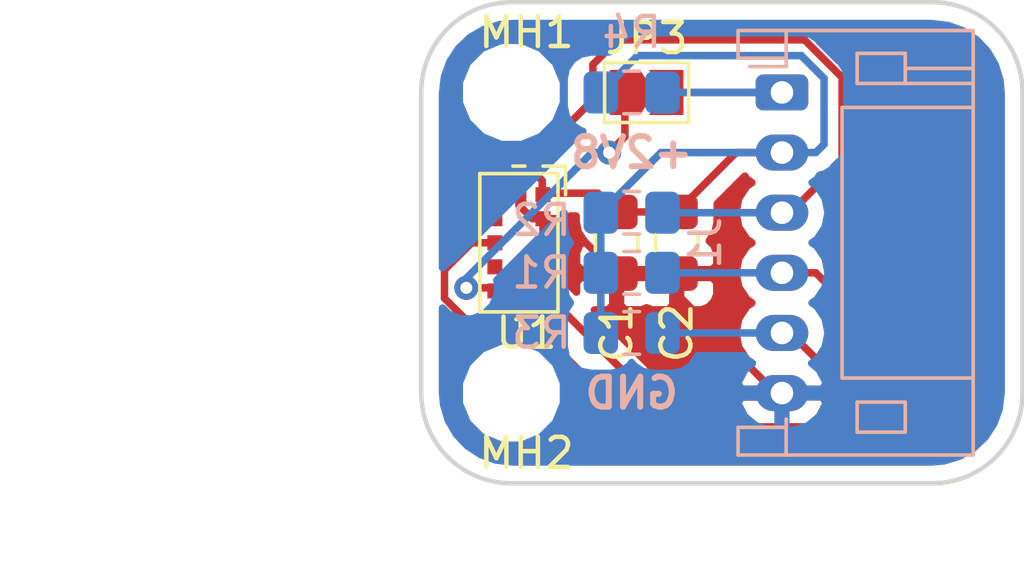
<source format=kicad_pcb>
(kicad_pcb (version 20171130) (host pcbnew 5.0.1)

  (general
    (thickness 1.6)
    (drawings 13)
    (tracks 86)
    (zones 0)
    (modules 11)
    (nets 8)
  )

  (page A4)
  (layers
    (0 F.Cu signal)
    (31 B.Cu signal)
    (32 B.Adhes user)
    (33 F.Adhes user)
    (34 B.Paste user)
    (35 F.Paste user)
    (36 B.SilkS user hide)
    (37 F.SilkS user)
    (38 B.Mask user)
    (39 F.Mask user)
    (40 Dwgs.User user)
    (41 Cmts.User user)
    (42 Eco1.User user)
    (43 Eco2.User user)
    (44 Edge.Cuts user)
    (45 Margin user)
    (46 B.CrtYd user)
    (47 F.CrtYd user)
    (48 B.Fab user hide)
    (49 F.Fab user hide)
  )

  (setup
    (last_trace_width 0.25)
    (trace_clearance 0.2)
    (zone_clearance 0.508)
    (zone_45_only no)
    (trace_min 0.2)
    (segment_width 0.2)
    (edge_width 0.15)
    (via_size 0.8)
    (via_drill 0.4)
    (via_min_size 0.4)
    (via_min_drill 0.3)
    (uvia_size 0.3)
    (uvia_drill 0.1)
    (uvias_allowed no)
    (uvia_min_size 0.2)
    (uvia_min_drill 0.1)
    (pcb_text_width 0.3)
    (pcb_text_size 1.5 1.5)
    (mod_edge_width 0.15)
    (mod_text_size 1 1)
    (mod_text_width 0.15)
    (pad_size 1.524 1.524)
    (pad_drill 0.762)
    (pad_to_mask_clearance 0.051)
    (solder_mask_min_width 0.25)
    (aux_axis_origin 0 0)
    (visible_elements FFFFFF7F)
    (pcbplotparams
      (layerselection 0x010fc_ffffffff)
      (usegerberextensions false)
      (usegerberattributes false)
      (usegerberadvancedattributes false)
      (creategerberjobfile false)
      (excludeedgelayer true)
      (linewidth 1.000000)
      (plotframeref false)
      (viasonmask false)
      (mode 1)
      (useauxorigin false)
      (hpglpennumber 1)
      (hpglpenspeed 20)
      (hpglpendiameter 15.000000)
      (psnegative false)
      (psa4output false)
      (plotreference true)
      (plotvalue true)
      (plotinvisibletext false)
      (padsonsilk false)
      (subtractmaskfromsilk false)
      (outputformat 1)
      (mirror false)
      (drillshape 1)
      (scaleselection 1)
      (outputdirectory ""))
  )

  (net 0 "")
  (net 1 +2V8)
  (net 2 GND)
  (net 3 /~XSHUT)
  (net 4 /I2C_SDA)
  (net 5 /I2C_SCL)
  (net 6 /GPIO)
  (net 7 "Net-(JP3-Pad1)")

  (net_class Default "This is the default net class."
    (clearance 0.2)
    (trace_width 0.25)
    (via_dia 0.8)
    (via_drill 0.4)
    (uvia_dia 0.3)
    (uvia_drill 0.1)
    (add_net +2V8)
    (add_net /GPIO)
    (add_net /I2C_SCL)
    (add_net /I2C_SDA)
    (add_net /~XSHUT)
    (add_net GND)
    (add_net "Net-(JP3-Pad1)")
  )

  (module PhoenixRobotik:TOF-12_4.4x2.4x1.0mm_P0.8mm (layer F.Cu) (tedit 5BD5E437) (tstamp 5BCFE19F)
    (at 103.25 88 90)
    (descr "STMicroelectronics VL53L0X package, https://www.st.com/resource/en/datasheet/vl53l0x.pdf")
    (tags "TOF 4.4mm 2.4mm 1.0mm VL53L0X")
    (path /5BC3718A)
    (attr smd)
    (fp_text reference U1 (at -3 0.25) (layer F.SilkS)
      (effects (font (size 1 1) (thickness 0.15)))
    )
    (fp_text value VL53L0X (at 0 -2.35 90) (layer F.Fab)
      (effects (font (size 1 1) (thickness 0.15)))
    )
    (fp_line (start -2.35 1.35) (end -2.35 -1.35) (layer F.CrtYd) (width 0.05))
    (fp_line (start 2.35 1.35) (end -2.35 1.35) (layer F.CrtYd) (width 0.05))
    (fp_line (start 2.35 -1.35) (end 2.35 1.35) (layer F.CrtYd) (width 0.05))
    (fp_line (start -2.35 -1.35) (end 2.35 -1.35) (layer F.CrtYd) (width 0.05))
    (fp_text user %R (at 0 0 90) (layer F.Fab)
      (effects (font (size 0.5 0.5) (thickness 0.075)))
    )
    (fp_circle (center 2 1) (end 2.05 1) (layer F.Fab) (width 0.1))
    (fp_line (start -2.55 -0.1) (end -2.55 0.1) (layer F.SilkS) (width 0.12))
    (fp_line (start 2.55 -0.2) (end 2.55 0.2) (layer F.SilkS) (width 0.12))
    (fp_line (start 0 -1.2) (end 2.2 -1.2) (layer F.Fab) (width 0.1))
    (fp_line (start 2.2 -1.2) (end 2.2 1.2) (layer F.Fab) (width 0.1))
    (fp_line (start 2.2 1.2) (end -2.2 1.2) (layer F.Fab) (width 0.1))
    (fp_line (start -2.2 1.2) (end -2.2 -1.2) (layer F.Fab) (width 0.1))
    (fp_line (start -2.2 -1.2) (end 0 -1.2) (layer F.Fab) (width 0.1))
    (fp_text user 1 (at 1.6 1.45 90) (layer F.SilkS) hide
      (effects (font (size 0.2 0.2) (thickness 0.05)))
    )
    (fp_text user 2 (at 0.8 1.45 90) (layer F.SilkS) hide
      (effects (font (size 0.2 0.2) (thickness 0.05)))
    )
    (fp_text user 3 (at 0 1.45 90) (layer F.SilkS) hide
      (effects (font (size 0.2 0.2) (thickness 0.05)))
    )
    (fp_text user 4 (at -0.8 1.45 90) (layer F.SilkS) hide
      (effects (font (size 0.2 0.2) (thickness 0.05)))
    )
    (fp_text user 5 (at -1.6 1.45 90) (layer F.SilkS) hide
      (effects (font (size 0.2 0.2) (thickness 0.05)))
    )
    (fp_text user 6 (at -2.5 0 90) (layer F.SilkS) hide
      (effects (font (size 0.2 0.2) (thickness 0.05)))
    )
    (fp_text user 7 (at -1.6 -1.4 90) (layer F.SilkS) hide
      (effects (font (size 0.2 0.2) (thickness 0.05)))
    )
    (fp_text user 8 (at -0.8 -1.4 90) (layer F.SilkS) hide
      (effects (font (size 0.2 0.2) (thickness 0.05)))
    )
    (fp_text user 9 (at 0 -1.4 90) (layer F.SilkS) hide
      (effects (font (size 0.2 0.2) (thickness 0.05)))
    )
    (fp_text user 10 (at 0.8 -1.4 90) (layer F.SilkS) hide
      (effects (font (size 0.2 0.2) (thickness 0.05)))
    )
    (fp_text user 11 (at 1.6 -1.4 90) (layer F.SilkS) hide
      (effects (font (size 0.2 0.2) (thickness 0.05)))
    )
    (fp_text user 12 (at 2.45 0 90) (layer F.SilkS) hide
      (effects (font (size 0.2 0.2) (thickness 0.05)))
    )
    (fp_line (start -2.3 -1.3) (end 2.3 -1.3) (layer F.SilkS) (width 0.12))
    (fp_line (start 2.3 -1.3) (end 2.3 1.3) (layer F.SilkS) (width 0.12))
    (fp_line (start 2.3 1.3) (end -2.3 1.3) (layer F.SilkS) (width 0.12))
    (fp_line (start -2.3 1.3) (end -2.3 -1.3) (layer F.SilkS) (width 0.12))
    (fp_line (start 2.55 0.8) (end 2.55 1.55) (layer F.SilkS) (width 0.12))
    (fp_line (start 2.55 1.55) (end 1.6 1.55) (layer F.SilkS) (width 0.12))
    (pad "" smd custom (at -0.8 -0.8 90) (size 0.5 0.5) (layers F.Cu F.Paste F.Mask)
      (zone_connect 0)
      (options (clearance outline) (anchor rect))
      (primitives
      ))
    (pad 4 smd custom (at -1.6 0 90) (size 0.5 0.5) (layers F.Cu F.Paste F.Mask)
      (net 2 GND) (zone_connect 0)
      (options (clearance outline) (anchor rect))
      (primitives
      ))
    (pad 4 smd custom (at -0.8 0.8 90) (size 0.5 0.5) (layers F.Cu F.Paste F.Mask)
      (net 2 GND) (zone_connect 0)
      (options (clearance outline) (anchor rect))
      (primitives
      ))
    (pad 4 smd custom (at 0 0.8 90) (size 0.5 0.5) (layers F.Cu F.Paste F.Mask)
      (net 2 GND) (zone_connect 0)
      (options (clearance outline) (anchor rect))
      (primitives
      ))
    (pad 4 smd custom (at 0.8 0.8 90) (size 0.5 0.5) (layers F.Cu F.Paste F.Mask)
      (net 2 GND) (zone_connect 0)
      (options (clearance outline) (anchor rect))
      (primitives
      ))
    (pad 1 smd custom (at 1.6 0.8 180) (size 0.5 0.5) (layers F.Cu F.Paste F.Mask)
      (net 1 +2V8) (zone_connect 0)
      (options (clearance outline) (anchor rect))
      (primitives
      ))
    (pad 5 smd custom (at -1.6 0.8 90) (size 0.5 0.5) (layers F.Cu F.Paste F.Mask)
      (net 3 /~XSHUT) (zone_connect 0)
      (options (clearance outline) (anchor rect))
      (primitives
      ))
    (pad 6 smd custom (at -1.6 -0.8 90) (size 0.5 0.5) (layers F.Cu F.Paste F.Mask)
      (net 7 "Net-(JP3-Pad1)") (zone_connect 0)
      (options (clearance outline) (anchor rect))
      (primitives
      ))
    (pad 4 smd custom (at 1.6 0 90) (size 0.5 0.5) (layers F.Cu F.Paste F.Mask)
      (net 2 GND) (zone_connect 0)
      (options (clearance outline) (anchor rect))
      (primitives
      ))
    (pad 1 smd custom (at 1.6 -0.8 90) (size 0.5 0.5) (layers F.Cu F.Paste F.Mask)
      (net 1 +2V8) (zone_connect 0)
      (options (clearance outline) (anchor rect))
      (primitives
      ))
    (pad 3 smd custom (at 0.8 -0.8 90) (size 0.5 0.5) (layers F.Cu F.Paste F.Mask)
      (net 5 /I2C_SCL) (zone_connect 0)
      (options (clearance outline) (anchor rect))
      (primitives
      ))
    (pad 2 smd custom (at 0 -0.8 90) (size 0.5 0.5) (layers F.Cu F.Paste F.Mask)
      (net 4 /I2C_SDA) (zone_connect 0)
      (options (clearance outline) (anchor rect))
      (primitives
      ))
    (model ${KISYS3DMOD}/PhoenixRobotik.3dshapes/TOF-12_4.4x2.4x1.0mm_P0.8mm.wrl
      (at (xyz 0 0 0))
      (scale (xyz 1 1 1))
      (rotate (xyz 0 0 0))
    )
  )

  (module Capacitor_SMD:C_0805_2012Metric_Pad1.15x1.40mm_HandSolder (layer F.Cu) (tedit 5BC3A00F) (tstamp 5BCFE0B4)
    (at 106.5 88 270)
    (descr "Capacitor SMD 0805 (2012 Metric), square (rectangular) end terminal, IPC_7351 nominal with elongated pad for handsoldering. (Body size source: https://docs.google.com/spreadsheets/d/1BsfQQcO9C6DZCsRaXUlFlo91Tg2WpOkGARC1WS5S8t0/edit?usp=sharing), generated with kicad-footprint-generator")
    (tags "capacitor handsolder")
    (path /5BC3A4F5)
    (attr smd)
    (fp_text reference C1 (at 3 0 270) (layer F.SilkS)
      (effects (font (size 1 1) (thickness 0.15)))
    )
    (fp_text value 100nF (at 0 1.65 270) (layer F.Fab)
      (effects (font (size 1 1) (thickness 0.15)))
    )
    (fp_line (start -1 0.6) (end -1 -0.6) (layer F.Fab) (width 0.1))
    (fp_line (start -1 -0.6) (end 1 -0.6) (layer F.Fab) (width 0.1))
    (fp_line (start 1 -0.6) (end 1 0.6) (layer F.Fab) (width 0.1))
    (fp_line (start 1 0.6) (end -1 0.6) (layer F.Fab) (width 0.1))
    (fp_line (start -0.261252 -0.71) (end 0.261252 -0.71) (layer F.SilkS) (width 0.12))
    (fp_line (start -0.261252 0.71) (end 0.261252 0.71) (layer F.SilkS) (width 0.12))
    (fp_line (start -1.85 0.95) (end -1.85 -0.95) (layer F.CrtYd) (width 0.05))
    (fp_line (start -1.85 -0.95) (end 1.85 -0.95) (layer F.CrtYd) (width 0.05))
    (fp_line (start 1.85 -0.95) (end 1.85 0.95) (layer F.CrtYd) (width 0.05))
    (fp_line (start 1.85 0.95) (end -1.85 0.95) (layer F.CrtYd) (width 0.05))
    (fp_text user %R (at 0 0 270) (layer F.Fab)
      (effects (font (size 0.5 0.5) (thickness 0.08)))
    )
    (pad 1 smd roundrect (at -1.025 0 270) (size 1.15 1.4) (layers F.Cu F.Paste F.Mask) (roundrect_rratio 0.217391)
      (net 1 +2V8))
    (pad 2 smd roundrect (at 1.025 0 270) (size 1.15 1.4) (layers F.Cu F.Paste F.Mask) (roundrect_rratio 0.217391)
      (net 2 GND))
    (model ${KISYS3DMOD}/Capacitor_SMD.3dshapes/C_0805_2012Metric.wrl
      (at (xyz 0 0 0))
      (scale (xyz 1 1 1))
      (rotate (xyz 0 0 0))
    )
  )

  (module Capacitor_SMD:C_0805_2012Metric_Pad1.15x1.40mm_HandSolder (layer F.Cu) (tedit 5BC3A00D) (tstamp 5BCFE0C5)
    (at 108.5 88 270)
    (descr "Capacitor SMD 0805 (2012 Metric), square (rectangular) end terminal, IPC_7351 nominal with elongated pad for handsoldering. (Body size source: https://docs.google.com/spreadsheets/d/1BsfQQcO9C6DZCsRaXUlFlo91Tg2WpOkGARC1WS5S8t0/edit?usp=sharing), generated with kicad-footprint-generator")
    (tags "capacitor handsolder")
    (path /5BC3A64F)
    (attr smd)
    (fp_text reference C2 (at 3 0 270) (layer F.SilkS)
      (effects (font (size 1 1) (thickness 0.15)))
    )
    (fp_text value 4.7µF (at 0 1.65 270) (layer F.Fab)
      (effects (font (size 1 1) (thickness 0.15)))
    )
    (fp_text user %R (at 0 0 270) (layer F.Fab)
      (effects (font (size 0.5 0.5) (thickness 0.08)))
    )
    (fp_line (start 1.85 0.95) (end -1.85 0.95) (layer F.CrtYd) (width 0.05))
    (fp_line (start 1.85 -0.95) (end 1.85 0.95) (layer F.CrtYd) (width 0.05))
    (fp_line (start -1.85 -0.95) (end 1.85 -0.95) (layer F.CrtYd) (width 0.05))
    (fp_line (start -1.85 0.95) (end -1.85 -0.95) (layer F.CrtYd) (width 0.05))
    (fp_line (start -0.261252 0.71) (end 0.261252 0.71) (layer F.SilkS) (width 0.12))
    (fp_line (start -0.261252 -0.71) (end 0.261252 -0.71) (layer F.SilkS) (width 0.12))
    (fp_line (start 1 0.6) (end -1 0.6) (layer F.Fab) (width 0.1))
    (fp_line (start 1 -0.6) (end 1 0.6) (layer F.Fab) (width 0.1))
    (fp_line (start -1 -0.6) (end 1 -0.6) (layer F.Fab) (width 0.1))
    (fp_line (start -1 0.6) (end -1 -0.6) (layer F.Fab) (width 0.1))
    (pad 2 smd roundrect (at 1.025 0 270) (size 1.15 1.4) (layers F.Cu F.Paste F.Mask) (roundrect_rratio 0.217391)
      (net 2 GND))
    (pad 1 smd roundrect (at -1.025 0 270) (size 1.15 1.4) (layers F.Cu F.Paste F.Mask) (roundrect_rratio 0.217391)
      (net 1 +2V8))
    (model ${KISYS3DMOD}/Capacitor_SMD.3dshapes/C_0805_2012Metric.wrl
      (at (xyz 0 0 0))
      (scale (xyz 1 1 1))
      (rotate (xyz 0 0 0))
    )
  )

  (module Jumper:SolderJumper-2_P1.3mm_Open_TrianglePad1.0x1.5mm (layer F.Cu) (tedit 5A64794F) (tstamp 5BCFE12D)
    (at 107.5 83)
    (descr "SMD Solder Jumper, 1x1.5mm Triangular Pads, 0.3mm gap, open")
    (tags "solder jumper open")
    (path /5BC3C9A8)
    (attr virtual)
    (fp_text reference JP3 (at 0 -1.8) (layer F.SilkS)
      (effects (font (size 1 1) (thickness 0.15)))
    )
    (fp_text value SolderJumper_2_Open (at 0 1.9) (layer F.Fab)
      (effects (font (size 1 1) (thickness 0.15)))
    )
    (fp_line (start -1.4 1) (end -1.4 -1) (layer F.SilkS) (width 0.12))
    (fp_line (start 1.4 1) (end -1.4 1) (layer F.SilkS) (width 0.12))
    (fp_line (start 1.4 -1) (end 1.4 1) (layer F.SilkS) (width 0.12))
    (fp_line (start -1.4 -1) (end 1.4 -1) (layer F.SilkS) (width 0.12))
    (fp_line (start -1.65 -1.25) (end 1.65 -1.25) (layer F.CrtYd) (width 0.05))
    (fp_line (start -1.65 -1.25) (end -1.65 1.25) (layer F.CrtYd) (width 0.05))
    (fp_line (start 1.65 1.25) (end 1.65 -1.25) (layer F.CrtYd) (width 0.05))
    (fp_line (start 1.65 1.25) (end -1.65 1.25) (layer F.CrtYd) (width 0.05))
    (pad 2 smd custom (at 0.725 0) (size 0.3 0.3) (layers F.Cu F.Mask)
      (net 6 /GPIO) (zone_connect 0)
      (options (clearance outline) (anchor rect))
      (primitives
        (gr_poly (pts
           (xy -0.65 -0.75) (xy 0.5 -0.75) (xy 0.5 0.75) (xy -0.65 0.75) (xy -0.15 0)
) (width 0))
      ))
    (pad 1 smd custom (at -0.725 0) (size 0.3 0.3) (layers F.Cu F.Mask)
      (net 7 "Net-(JP3-Pad1)") (zone_connect 0)
      (options (clearance outline) (anchor rect))
      (primitives
        (gr_poly (pts
           (xy -0.5 -0.75) (xy 0.5 -0.75) (xy 1 0) (xy 0.5 0.75) (xy -0.5 0.75)
) (width 0))
      ))
  )

  (module Resistor_SMD:R_0805_2012Metric_Pad1.15x1.40mm_HandSolder (layer B.Cu) (tedit 5BC399E7) (tstamp 5BCFE13E)
    (at 107 89 180)
    (descr "Resistor SMD 0805 (2012 Metric), square (rectangular) end terminal, IPC_7351 nominal with elongated pad for handsoldering. (Body size source: https://docs.google.com/spreadsheets/d/1BsfQQcO9C6DZCsRaXUlFlo91Tg2WpOkGARC1WS5S8t0/edit?usp=sharing), generated with kicad-footprint-generator")
    (tags "resistor handsolder")
    (path /5BC37CEE)
    (attr smd)
    (fp_text reference R1 (at 3 0 180) (layer B.SilkS)
      (effects (font (size 1 1) (thickness 0.15)) (justify mirror))
    )
    (fp_text value R (at 0 -1.65 180) (layer B.Fab)
      (effects (font (size 1 1) (thickness 0.15)) (justify mirror))
    )
    (fp_line (start -1 -0.6) (end -1 0.6) (layer B.Fab) (width 0.1))
    (fp_line (start -1 0.6) (end 1 0.6) (layer B.Fab) (width 0.1))
    (fp_line (start 1 0.6) (end 1 -0.6) (layer B.Fab) (width 0.1))
    (fp_line (start 1 -0.6) (end -1 -0.6) (layer B.Fab) (width 0.1))
    (fp_line (start -0.261252 0.71) (end 0.261252 0.71) (layer B.SilkS) (width 0.12))
    (fp_line (start -0.261252 -0.71) (end 0.261252 -0.71) (layer B.SilkS) (width 0.12))
    (fp_line (start -1.85 -0.95) (end -1.85 0.95) (layer B.CrtYd) (width 0.05))
    (fp_line (start -1.85 0.95) (end 1.85 0.95) (layer B.CrtYd) (width 0.05))
    (fp_line (start 1.85 0.95) (end 1.85 -0.95) (layer B.CrtYd) (width 0.05))
    (fp_line (start 1.85 -0.95) (end -1.85 -0.95) (layer B.CrtYd) (width 0.05))
    (fp_text user %R (at 0 0 180) (layer B.Fab)
      (effects (font (size 0.5 0.5) (thickness 0.08)) (justify mirror))
    )
    (pad 1 smd roundrect (at -1.025 0 180) (size 1.15 1.4) (layers B.Cu B.Paste B.Mask) (roundrect_rratio 0.217391)
      (net 4 /I2C_SDA))
    (pad 2 smd roundrect (at 1.025 0 180) (size 1.15 1.4) (layers B.Cu B.Paste B.Mask) (roundrect_rratio 0.217391)
      (net 1 +2V8))
    (model ${KISYS3DMOD}/Resistor_SMD.3dshapes/R_0805_2012Metric.wrl
      (at (xyz 0 0 0))
      (scale (xyz 1 1 1))
      (rotate (xyz 0 0 0))
    )
  )

  (module Resistor_SMD:R_0805_2012Metric_Pad1.15x1.40mm_HandSolder (layer B.Cu) (tedit 5BC399DE) (tstamp 5BCFE14F)
    (at 107 87)
    (descr "Resistor SMD 0805 (2012 Metric), square (rectangular) end terminal, IPC_7351 nominal with elongated pad for handsoldering. (Body size source: https://docs.google.com/spreadsheets/d/1BsfQQcO9C6DZCsRaXUlFlo91Tg2WpOkGARC1WS5S8t0/edit?usp=sharing), generated with kicad-footprint-generator")
    (tags "resistor handsolder")
    (path /5BC37D63)
    (attr smd)
    (fp_text reference R2 (at -3 0.25) (layer B.SilkS)
      (effects (font (size 1 1) (thickness 0.15)) (justify mirror))
    )
    (fp_text value R (at 0 -1.65) (layer B.Fab)
      (effects (font (size 1 1) (thickness 0.15)) (justify mirror))
    )
    (fp_text user %R (at 0 0) (layer B.Fab)
      (effects (font (size 0.5 0.5) (thickness 0.08)) (justify mirror))
    )
    (fp_line (start 1.85 -0.95) (end -1.85 -0.95) (layer B.CrtYd) (width 0.05))
    (fp_line (start 1.85 0.95) (end 1.85 -0.95) (layer B.CrtYd) (width 0.05))
    (fp_line (start -1.85 0.95) (end 1.85 0.95) (layer B.CrtYd) (width 0.05))
    (fp_line (start -1.85 -0.95) (end -1.85 0.95) (layer B.CrtYd) (width 0.05))
    (fp_line (start -0.261252 -0.71) (end 0.261252 -0.71) (layer B.SilkS) (width 0.12))
    (fp_line (start -0.261252 0.71) (end 0.261252 0.71) (layer B.SilkS) (width 0.12))
    (fp_line (start 1 -0.6) (end -1 -0.6) (layer B.Fab) (width 0.1))
    (fp_line (start 1 0.6) (end 1 -0.6) (layer B.Fab) (width 0.1))
    (fp_line (start -1 0.6) (end 1 0.6) (layer B.Fab) (width 0.1))
    (fp_line (start -1 -0.6) (end -1 0.6) (layer B.Fab) (width 0.1))
    (pad 2 smd roundrect (at 1.025 0) (size 1.15 1.4) (layers B.Cu B.Paste B.Mask) (roundrect_rratio 0.217391)
      (net 5 /I2C_SCL))
    (pad 1 smd roundrect (at -1.025 0) (size 1.15 1.4) (layers B.Cu B.Paste B.Mask) (roundrect_rratio 0.217391)
      (net 1 +2V8))
    (model ${KISYS3DMOD}/Resistor_SMD.3dshapes/R_0805_2012Metric.wrl
      (at (xyz 0 0 0))
      (scale (xyz 1 1 1))
      (rotate (xyz 0 0 0))
    )
  )

  (module Resistor_SMD:R_0805_2012Metric_Pad1.15x1.40mm_HandSolder (layer B.Cu) (tedit 5BC399F2) (tstamp 5BCFE160)
    (at 107 91)
    (descr "Resistor SMD 0805 (2012 Metric), square (rectangular) end terminal, IPC_7351 nominal with elongated pad for handsoldering. (Body size source: https://docs.google.com/spreadsheets/d/1BsfQQcO9C6DZCsRaXUlFlo91Tg2WpOkGARC1WS5S8t0/edit?usp=sharing), generated with kicad-footprint-generator")
    (tags "resistor handsolder")
    (path /5BC37E10)
    (attr smd)
    (fp_text reference R3 (at -3 0) (layer B.SilkS)
      (effects (font (size 1 1) (thickness 0.15)) (justify mirror))
    )
    (fp_text value 10k (at 0 -1.65) (layer B.Fab)
      (effects (font (size 1 1) (thickness 0.15)) (justify mirror))
    )
    (fp_text user %R (at 0 0) (layer B.Fab)
      (effects (font (size 0.5 0.5) (thickness 0.08)) (justify mirror))
    )
    (fp_line (start 1.85 -0.95) (end -1.85 -0.95) (layer B.CrtYd) (width 0.05))
    (fp_line (start 1.85 0.95) (end 1.85 -0.95) (layer B.CrtYd) (width 0.05))
    (fp_line (start -1.85 0.95) (end 1.85 0.95) (layer B.CrtYd) (width 0.05))
    (fp_line (start -1.85 -0.95) (end -1.85 0.95) (layer B.CrtYd) (width 0.05))
    (fp_line (start -0.261252 -0.71) (end 0.261252 -0.71) (layer B.SilkS) (width 0.12))
    (fp_line (start -0.261252 0.71) (end 0.261252 0.71) (layer B.SilkS) (width 0.12))
    (fp_line (start 1 -0.6) (end -1 -0.6) (layer B.Fab) (width 0.1))
    (fp_line (start 1 0.6) (end 1 -0.6) (layer B.Fab) (width 0.1))
    (fp_line (start -1 0.6) (end 1 0.6) (layer B.Fab) (width 0.1))
    (fp_line (start -1 -0.6) (end -1 0.6) (layer B.Fab) (width 0.1))
    (pad 2 smd roundrect (at 1.025 0) (size 1.15 1.4) (layers B.Cu B.Paste B.Mask) (roundrect_rratio 0.217391)
      (net 3 /~XSHUT))
    (pad 1 smd roundrect (at -1.025 0) (size 1.15 1.4) (layers B.Cu B.Paste B.Mask) (roundrect_rratio 0.217391)
      (net 1 +2V8))
    (model ${KISYS3DMOD}/Resistor_SMD.3dshapes/R_0805_2012Metric.wrl
      (at (xyz 0 0 0))
      (scale (xyz 1 1 1))
      (rotate (xyz 0 0 0))
    )
  )

  (module Resistor_SMD:R_0805_2012Metric_Pad1.15x1.40mm_HandSolder (layer B.Cu) (tedit 5BC39EF9) (tstamp 5BCFE171)
    (at 107 83)
    (descr "Resistor SMD 0805 (2012 Metric), square (rectangular) end terminal, IPC_7351 nominal with elongated pad for handsoldering. (Body size source: https://docs.google.com/spreadsheets/d/1BsfQQcO9C6DZCsRaXUlFlo91Tg2WpOkGARC1WS5S8t0/edit?usp=sharing), generated with kicad-footprint-generator")
    (tags "resistor handsolder")
    (path /5BC37DD1)
    (attr smd)
    (fp_text reference R4 (at 0 -2) (layer B.SilkS)
      (effects (font (size 1 1) (thickness 0.15)) (justify mirror))
    )
    (fp_text value 10k (at 0 -1.65) (layer B.Fab)
      (effects (font (size 1 1) (thickness 0.15)) (justify mirror))
    )
    (fp_line (start -1 -0.6) (end -1 0.6) (layer B.Fab) (width 0.1))
    (fp_line (start -1 0.6) (end 1 0.6) (layer B.Fab) (width 0.1))
    (fp_line (start 1 0.6) (end 1 -0.6) (layer B.Fab) (width 0.1))
    (fp_line (start 1 -0.6) (end -1 -0.6) (layer B.Fab) (width 0.1))
    (fp_line (start -0.261252 0.71) (end 0.261252 0.71) (layer B.SilkS) (width 0.12))
    (fp_line (start -0.261252 -0.71) (end 0.261252 -0.71) (layer B.SilkS) (width 0.12))
    (fp_line (start -1.85 -0.95) (end -1.85 0.95) (layer B.CrtYd) (width 0.05))
    (fp_line (start -1.85 0.95) (end 1.85 0.95) (layer B.CrtYd) (width 0.05))
    (fp_line (start 1.85 0.95) (end 1.85 -0.95) (layer B.CrtYd) (width 0.05))
    (fp_line (start 1.85 -0.95) (end -1.85 -0.95) (layer B.CrtYd) (width 0.05))
    (fp_text user %R (at 0 0) (layer B.Fab)
      (effects (font (size 0.5 0.5) (thickness 0.08)) (justify mirror))
    )
    (pad 1 smd roundrect (at -1.025 0) (size 1.15 1.4) (layers B.Cu B.Paste B.Mask) (roundrect_rratio 0.217391)
      (net 1 +2V8))
    (pad 2 smd roundrect (at 1.025 0) (size 1.15 1.4) (layers B.Cu B.Paste B.Mask) (roundrect_rratio 0.217391)
      (net 6 /GPIO))
    (model ${KISYS3DMOD}/Resistor_SMD.3dshapes/R_0805_2012Metric.wrl
      (at (xyz 0 0 0))
      (scale (xyz 1 1 1))
      (rotate (xyz 0 0 0))
    )
  )

  (module MountingHole:MountingHole_2.2mm_M2 (layer F.Cu) (tedit 5BC39F58) (tstamp 5BD1D154)
    (at 103 83)
    (descr "Mounting Hole 2.2mm, no annular, M2")
    (tags "mounting hole 2.2mm no annular m2")
    (path /5BC3ACFC)
    (attr virtual)
    (fp_text reference MH1 (at 0.5 -2) (layer F.SilkS)
      (effects (font (size 1 1) (thickness 0.15)))
    )
    (fp_text value MountingHole (at 0 3.2) (layer F.Fab)
      (effects (font (size 1 1) (thickness 0.15)))
    )
    (fp_text user %R (at 0.3 0) (layer F.Fab)
      (effects (font (size 1 1) (thickness 0.15)))
    )
    (fp_circle (center 0 0) (end 2.2 0) (layer Cmts.User) (width 0.15))
    (fp_circle (center 0 0) (end 2.45 0) (layer F.CrtYd) (width 0.05))
    (pad 1 np_thru_hole circle (at 0 0) (size 2.2 2.2) (drill 2.2) (layers *.Cu *.Mask))
  )

  (module MountingHole:MountingHole_2.2mm_M2 (layer F.Cu) (tedit 5BC39F62) (tstamp 5BD1D15B)
    (at 103 93)
    (descr "Mounting Hole 2.2mm, no annular, M2")
    (tags "mounting hole 2.2mm no annular m2")
    (path /5BC3AFD2)
    (attr virtual)
    (fp_text reference MH2 (at 0.5 2) (layer F.SilkS)
      (effects (font (size 1 1) (thickness 0.15)))
    )
    (fp_text value MountingHole (at 0 3.2) (layer F.Fab)
      (effects (font (size 1 1) (thickness 0.15)))
    )
    (fp_circle (center 0 0) (end 2.45 0) (layer F.CrtYd) (width 0.05))
    (fp_circle (center 0 0) (end 2.2 0) (layer Cmts.User) (width 0.15))
    (fp_text user %R (at 0.3 0) (layer F.Fab)
      (effects (font (size 1 1) (thickness 0.15)))
    )
    (pad 1 np_thru_hole circle (at 0 0) (size 2.2 2.2) (drill 2.2) (layers *.Cu *.Mask))
  )

  (module Connector_JST:JST_PH_S6B-PH-K_1x06_P2.00mm_Horizontal (layer B.Cu) (tedit 5B7745C6) (tstamp 5BE27236)
    (at 112 83 270)
    (descr "JST PH series connector, S6B-PH-K (http://www.jst-mfg.com/product/pdf/eng/ePH.pdf), generated with kicad-footprint-generator")
    (tags "connector JST PH top entry")
    (path /5BC3B9FD)
    (fp_text reference J1 (at 5 2.55 270) (layer B.SilkS)
      (effects (font (size 1 1) (thickness 0.15)) (justify mirror))
    )
    (fp_text value Conn_01x06 (at 5 -7.45 270) (layer B.Fab)
      (effects (font (size 1 1) (thickness 0.15)) (justify mirror))
    )
    (fp_line (start -0.86 -0.14) (end -1.14 -0.14) (layer B.SilkS) (width 0.12))
    (fp_line (start -1.14 -0.14) (end -1.14 1.46) (layer B.SilkS) (width 0.12))
    (fp_line (start -1.14 1.46) (end -2.06 1.46) (layer B.SilkS) (width 0.12))
    (fp_line (start -2.06 1.46) (end -2.06 -6.36) (layer B.SilkS) (width 0.12))
    (fp_line (start -2.06 -6.36) (end 12.06 -6.36) (layer B.SilkS) (width 0.12))
    (fp_line (start 12.06 -6.36) (end 12.06 1.46) (layer B.SilkS) (width 0.12))
    (fp_line (start 12.06 1.46) (end 11.14 1.46) (layer B.SilkS) (width 0.12))
    (fp_line (start 11.14 1.46) (end 11.14 -0.14) (layer B.SilkS) (width 0.12))
    (fp_line (start 11.14 -0.14) (end 10.86 -0.14) (layer B.SilkS) (width 0.12))
    (fp_line (start 0.5 -6.36) (end 0.5 -2) (layer B.SilkS) (width 0.12))
    (fp_line (start 0.5 -2) (end 9.5 -2) (layer B.SilkS) (width 0.12))
    (fp_line (start 9.5 -2) (end 9.5 -6.36) (layer B.SilkS) (width 0.12))
    (fp_line (start -2.06 -0.14) (end -1.14 -0.14) (layer B.SilkS) (width 0.12))
    (fp_line (start 12.06 -0.14) (end 11.14 -0.14) (layer B.SilkS) (width 0.12))
    (fp_line (start -1.3 -2.5) (end -1.3 -4.1) (layer B.SilkS) (width 0.12))
    (fp_line (start -1.3 -4.1) (end -0.3 -4.1) (layer B.SilkS) (width 0.12))
    (fp_line (start -0.3 -4.1) (end -0.3 -2.5) (layer B.SilkS) (width 0.12))
    (fp_line (start -0.3 -2.5) (end -1.3 -2.5) (layer B.SilkS) (width 0.12))
    (fp_line (start 11.3 -2.5) (end 11.3 -4.1) (layer B.SilkS) (width 0.12))
    (fp_line (start 11.3 -4.1) (end 10.3 -4.1) (layer B.SilkS) (width 0.12))
    (fp_line (start 10.3 -4.1) (end 10.3 -2.5) (layer B.SilkS) (width 0.12))
    (fp_line (start 10.3 -2.5) (end 11.3 -2.5) (layer B.SilkS) (width 0.12))
    (fp_line (start -0.3 -4.1) (end -0.3 -6.36) (layer B.SilkS) (width 0.12))
    (fp_line (start -0.8 -4.1) (end -0.8 -6.36) (layer B.SilkS) (width 0.12))
    (fp_line (start -2.45 1.85) (end -2.45 -6.75) (layer B.CrtYd) (width 0.05))
    (fp_line (start -2.45 -6.75) (end 12.45 -6.75) (layer B.CrtYd) (width 0.05))
    (fp_line (start 12.45 -6.75) (end 12.45 1.85) (layer B.CrtYd) (width 0.05))
    (fp_line (start 12.45 1.85) (end -2.45 1.85) (layer B.CrtYd) (width 0.05))
    (fp_line (start -1.25 -0.25) (end -1.25 1.35) (layer B.Fab) (width 0.1))
    (fp_line (start -1.25 1.35) (end -1.95 1.35) (layer B.Fab) (width 0.1))
    (fp_line (start -1.95 1.35) (end -1.95 -6.25) (layer B.Fab) (width 0.1))
    (fp_line (start -1.95 -6.25) (end 11.95 -6.25) (layer B.Fab) (width 0.1))
    (fp_line (start 11.95 -6.25) (end 11.95 1.35) (layer B.Fab) (width 0.1))
    (fp_line (start 11.95 1.35) (end 11.25 1.35) (layer B.Fab) (width 0.1))
    (fp_line (start 11.25 1.35) (end 11.25 -0.25) (layer B.Fab) (width 0.1))
    (fp_line (start 11.25 -0.25) (end -1.25 -0.25) (layer B.Fab) (width 0.1))
    (fp_line (start -0.86 -0.14) (end -0.86 1.075) (layer B.SilkS) (width 0.12))
    (fp_line (start 0 -0.875) (end -0.5 -1.375) (layer B.Fab) (width 0.1))
    (fp_line (start -0.5 -1.375) (end 0.5 -1.375) (layer B.Fab) (width 0.1))
    (fp_line (start 0.5 -1.375) (end 0 -0.875) (layer B.Fab) (width 0.1))
    (fp_text user %R (at 5 -2.5 270) (layer B.Fab)
      (effects (font (size 1 1) (thickness 0.15)) (justify mirror))
    )
    (pad 1 thru_hole roundrect (at 0 0 270) (size 1.2 1.75) (drill 0.75) (layers *.Cu *.Mask) (roundrect_rratio 0.208333)
      (net 6 /GPIO))
    (pad 2 thru_hole oval (at 2 0 270) (size 1.2 1.75) (drill 0.75) (layers *.Cu *.Mask)
      (net 1 +2V8))
    (pad 3 thru_hole oval (at 4 0 270) (size 1.2 1.75) (drill 0.75) (layers *.Cu *.Mask)
      (net 5 /I2C_SCL))
    (pad 4 thru_hole oval (at 6 0 270) (size 1.2 1.75) (drill 0.75) (layers *.Cu *.Mask)
      (net 4 /I2C_SDA))
    (pad 5 thru_hole oval (at 8 0 270) (size 1.2 1.75) (drill 0.75) (layers *.Cu *.Mask)
      (net 3 /~XSHUT))
    (pad 6 thru_hole oval (at 10 0 270) (size 1.2 1.75) (drill 0.75) (layers *.Cu *.Mask)
      (net 2 GND))
    (model ${KISYS3DMOD}/Connector_JST.3dshapes/JST_PH_S6B-PH-K_1x06_P2.00mm_Horizontal.wrl
      (at (xyz 0 0 0))
      (scale (xyz 1 1 1))
      (rotate (xyz 0 0 0))
    )
  )

  (dimension 20 (width 0.15) (layer Dwgs.User)
    (gr_text "20,000 mm" (at 110 100.1) (layer Dwgs.User)
      (effects (font (size 1.5 1.5) (thickness 0.15)))
    )
    (feature1 (pts (xy 120 93) (xy 120 98.586421)))
    (feature2 (pts (xy 100 93) (xy 100 98.586421)))
    (crossbar (pts (xy 100 98) (xy 120 98)))
    (arrow1a (pts (xy 120 98) (xy 118.873496 98.586421)))
    (arrow1b (pts (xy 120 98) (xy 118.873496 97.413579)))
    (arrow2a (pts (xy 100 98) (xy 101.126504 98.586421)))
    (arrow2b (pts (xy 100 98) (xy 101.126504 97.413579)))
  )
  (gr_line (start 117 80) (end 103 80) (angle 90) (layer Edge.Cuts) (width 0.15))
  (gr_line (start 120 93) (end 120 83) (angle 90) (layer Edge.Cuts) (width 0.15))
  (gr_line (start 103 96) (end 117 96) (angle 90) (layer Edge.Cuts) (width 0.15))
  (dimension 16 (width 0.15) (layer Dwgs.User)
    (gr_text "16,000 mm" (at 91.15 88 270) (layer Dwgs.User)
      (effects (font (size 1.5 1.5) (thickness 0.15)))
    )
    (feature1 (pts (xy 103.25 96) (xy 92.663579 96)))
    (feature2 (pts (xy 103.25 80) (xy 92.663579 80)))
    (crossbar (pts (xy 93.25 80) (xy 93.25 96)))
    (arrow1a (pts (xy 93.25 96) (xy 92.663579 94.873496)))
    (arrow1b (pts (xy 93.25 96) (xy 93.836421 94.873496)))
    (arrow2a (pts (xy 93.25 80) (xy 92.663579 81.126504)))
    (arrow2b (pts (xy 93.25 80) (xy 93.836421 81.126504)))
  )
  (dimension 10 (width 0.15) (layer Dwgs.User)
    (gr_text "10,000 mm" (at 96.15 88 270) (layer Dwgs.User)
      (effects (font (size 1.5 1.5) (thickness 0.15)))
    )
    (feature1 (pts (xy 103 93) (xy 97.663579 93)))
    (feature2 (pts (xy 103 83) (xy 97.663579 83)))
    (crossbar (pts (xy 98.25 83) (xy 98.25 93)))
    (arrow1a (pts (xy 98.25 93) (xy 97.663579 91.873496)))
    (arrow1b (pts (xy 98.25 93) (xy 98.836421 91.873496)))
    (arrow2a (pts (xy 98.25 83) (xy 97.663579 84.126504)))
    (arrow2b (pts (xy 98.25 83) (xy 98.836421 84.126504)))
  )
  (gr_line (start 100 93) (end 100 83) (angle 90) (layer Edge.Cuts) (width 0.15))
  (gr_arc (start 117 83) (end 117 80) (angle 90) (layer Edge.Cuts) (width 0.15))
  (gr_arc (start 117 93) (end 120 93) (angle 90) (layer Edge.Cuts) (width 0.15))
  (gr_arc (start 103 93) (end 103 96) (angle 90) (layer Edge.Cuts) (width 0.15))
  (gr_arc (start 103 83) (end 100 83) (angle 90) (layer Edge.Cuts) (width 0.15))
  (gr_text +2V8 (at 107 85) (layer B.SilkS) (tstamp 5BCFE9AD)
    (effects (font (size 1 1) (thickness 0.2)) (justify mirror))
  )
  (gr_text GND (at 107 93) (layer B.SilkS)
    (effects (font (size 1 1) (thickness 0.2)) (justify mirror))
  )

  (segment (start 110.475 85) (end 108.5 86.975) (width 0.25) (layer F.Cu) (net 1) (status 20))
  (segment (start 112 85) (end 110.475 85) (width 0.25) (layer F.Cu) (net 1) (status 10))
  (segment (start 108.5 86.975) (end 106.5 86.975) (width 0.25) (layer F.Cu) (net 1) (status 30))
  (segment (start 105.975 89) (end 105.975 87) (width 0.25) (layer B.Cu) (net 1) (status 30))
  (segment (start 105.975 89) (end 105.975 91) (width 0.25) (layer B.Cu) (net 1) (status 30))
  (segment (start 104.098372 86.351628) (end 104.05 86.4) (width 0.25) (layer F.Cu) (net 1) (status 30))
  (segment (start 105.876628 86.351628) (end 104.098372 86.351628) (width 0.25) (layer F.Cu) (net 1) (status 20))
  (segment (start 106.5 86.975) (end 105.876628 86.351628) (width 0.25) (layer F.Cu) (net 1) (status 10))
  (segment (start 102.45 86.05) (end 102.45 86.4) (width 0.25) (layer F.Cu) (net 1) (status 20))
  (segment (start 102.45 85.957522) (end 102.45 86.05) (width 0.25) (layer F.Cu) (net 1))
  (segment (start 102.782532 85.62499) (end 102.45 85.957522) (width 0.25) (layer F.Cu) (net 1))
  (segment (start 103.717468 85.62499) (end 102.782532 85.62499) (width 0.25) (layer F.Cu) (net 1))
  (segment (start 104.02501 86.4) (end 104.02501 85.932532) (width 0.25) (layer F.Cu) (net 1) (status 10))
  (segment (start 104.02501 85.932532) (end 103.717468 85.62499) (width 0.25) (layer F.Cu) (net 1))
  (segment (start 104.05 86.4) (end 104.02501 86.4) (width 0.25) (layer F.Cu) (net 1) (status 30))
  (segment (start 106.598372 82.376628) (end 105.975 83) (width 0.25) (layer B.Cu) (net 1) (status 20))
  (segment (start 107.20001 81.77499) (end 106.598372 82.376628) (width 0.25) (layer B.Cu) (net 1))
  (segment (start 112.640994 81.77499) (end 107.20001 81.77499) (width 0.25) (layer B.Cu) (net 1))
  (segment (start 113.40001 82.534006) (end 112.640994 81.77499) (width 0.25) (layer B.Cu) (net 1))
  (segment (start 113.40001 84.72499) (end 113.40001 82.534006) (width 0.25) (layer B.Cu) (net 1))
  (segment (start 113.125 85) (end 113.40001 84.72499) (width 0.25) (layer B.Cu) (net 1))
  (segment (start 112 85) (end 113.125 85) (width 0.25) (layer B.Cu) (net 1) (status 10))
  (segment (start 107.975 85) (end 112 85) (width 0.25) (layer B.Cu) (net 1) (status 20))
  (segment (start 105.975 87) (end 107.975 85) (width 0.25) (layer B.Cu) (net 1) (status 10))
  (segment (start 111.8 93) (end 112 93) (width 0.25) (layer F.Cu) (net 2) (status 30))
  (segment (start 108.5 89.7) (end 111.8 93) (width 0.25) (layer F.Cu) (net 2) (status 20))
  (segment (start 108.5 89.025) (end 108.5 89.7) (width 0.25) (layer F.Cu) (net 2) (status 10))
  (segment (start 104.05 88.8) (end 104.05 88) (width 0.25) (layer F.Cu) (net 2) (status 30))
  (segment (start 104.05 88) (end 104.05 87.2) (width 0.25) (layer F.Cu) (net 2) (status 30))
  (segment (start 103.7 87.2) (end 103.25 86.75) (width 0.25) (layer F.Cu) (net 2))
  (segment (start 103.25 86.75) (end 103.25 86.4) (width 0.25) (layer F.Cu) (net 2) (status 20))
  (segment (start 104.05 87.2) (end 103.7 87.2) (width 0.25) (layer F.Cu) (net 2) (status 10))
  (segment (start 103.7 88.8) (end 104.05 88.8) (width 0.25) (layer F.Cu) (net 2) (status 20))
  (segment (start 103.25 89.25) (end 103.7 88.8) (width 0.25) (layer F.Cu) (net 2))
  (segment (start 103.25 89.6) (end 103.25 89.25) (width 0.25) (layer F.Cu) (net 2) (status 10))
  (segment (start 106.5 89.025) (end 108.5 89.025) (width 0.25) (layer F.Cu) (net 2) (status 30))
  (segment (start 104.675 87.2) (end 104.05 87.2) (width 0.25) (layer F.Cu) (net 2) (status 20))
  (segment (start 106.5 89.025) (end 104.675 87.2) (width 0.25) (layer F.Cu) (net 2) (status 10))
  (segment (start 108.7 91) (end 112 91) (width 0.25) (layer B.Cu) (net 3) (status 20))
  (segment (start 108.025 91) (end 108.7 91) (width 0.25) (layer B.Cu) (net 3) (status 10))
  (segment (start 112 91) (end 112.275 91) (width 0.25) (layer F.Cu) (net 3) (status 30))
  (segment (start 112.275 91) (end 113.5 92.225) (width 0.25) (layer F.Cu) (net 3) (status 10))
  (segment (start 104.37071 89.92071) (end 104.05 89.6) (width 0.25) (layer F.Cu) (net 3) (status 20))
  (segment (start 113.295001 94.125001) (end 108.575001 94.125001) (width 0.25) (layer F.Cu) (net 3))
  (segment (start 113.5 93.920002) (end 113.295001 94.125001) (width 0.25) (layer F.Cu) (net 3))
  (segment (start 113.5 92.225) (end 113.5 93.920002) (width 0.25) (layer F.Cu) (net 3))
  (segment (start 108.575001 94.125001) (end 104.37071 89.92071) (width 0.25) (layer F.Cu) (net 3))
  (segment (start 112 89) (end 108.025 89) (width 0.25) (layer B.Cu) (net 4) (status 30))
  (segment (start 113.125 89) (end 112 89) (width 0.25) (layer F.Cu) (net 4) (status 20))
  (segment (start 102.45 88) (end 101.676998 88) (width 0.25) (layer F.Cu) (net 4) (status 10))
  (segment (start 113.4364 94.950011) (end 114.200011 94.1864) (width 0.25) (layer F.Cu) (net 4))
  (segment (start 101.676998 88) (end 100.774999 88.901999) (width 0.25) (layer F.Cu) (net 4))
  (segment (start 101.552018 90.62502) (end 103.62502 90.62502) (width 0.25) (layer F.Cu) (net 4))
  (segment (start 103.62502 90.62502) (end 107.950011 94.950011) (width 0.25) (layer F.Cu) (net 4))
  (segment (start 114.200011 90.075011) (end 113.125 89) (width 0.25) (layer F.Cu) (net 4))
  (segment (start 100.774999 88.901999) (end 100.774999 89.848001) (width 0.25) (layer F.Cu) (net 4))
  (segment (start 107.950011 94.950011) (end 113.4364 94.950011) (width 0.25) (layer F.Cu) (net 4))
  (segment (start 114.200011 94.1864) (end 114.200011 90.075011) (width 0.25) (layer F.Cu) (net 4))
  (segment (start 100.774999 89.848001) (end 101.552018 90.62502) (width 0.25) (layer F.Cu) (net 4))
  (segment (start 110.875 87) (end 108.025 87) (width 0.25) (layer B.Cu) (net 5) (status 20))
  (segment (start 112 87) (end 110.875 87) (width 0.25) (layer B.Cu) (net 5) (status 10))
  (segment (start 103.986711 84.974979) (end 102.513288 84.97498) (width 0.25) (layer F.Cu) (net 5))
  (segment (start 112 87) (end 112.275 87) (width 0.25) (layer F.Cu) (net 5) (status 30))
  (segment (start 101.67499 85.813278) (end 102.513288 84.97498) (width 0.25) (layer F.Cu) (net 5))
  (segment (start 101.67499 86.867468) (end 101.67499 85.813278) (width 0.25) (layer F.Cu) (net 5))
  (segment (start 102.007522 87.2) (end 101.67499 86.867468) (width 0.25) (layer F.Cu) (net 5))
  (segment (start 102.45 87.2) (end 102.007522 87.2) (width 0.25) (layer F.Cu) (net 5) (status 10))
  (segment (start 112.275 87) (end 114 85.275) (width 0.25) (layer F.Cu) (net 5) (status 10))
  (segment (start 114 85.275) (end 114 82.5) (width 0.25) (layer F.Cu) (net 5))
  (segment (start 114 82.5) (end 112.75 81.25) (width 0.25) (layer F.Cu) (net 5))
  (segment (start 105.71169 82.070832) (end 105.71169 83.25) (width 0.25) (layer F.Cu) (net 5))
  (segment (start 112.75 81.25) (end 106.532522 81.25) (width 0.25) (layer F.Cu) (net 5))
  (segment (start 106.532522 81.25) (end 105.71169 82.070832) (width 0.25) (layer F.Cu) (net 5))
  (segment (start 105.71169 83.25) (end 103.986711 84.974979) (width 0.25) (layer F.Cu) (net 5))
  (segment (start 110.875 83) (end 108.225 83) (width 0.25) (layer F.Cu) (net 6) (status 20))
  (segment (start 112 83) (end 110.875 83) (width 0.25) (layer F.Cu) (net 6) (status 10))
  (segment (start 112 83) (end 108.025 83) (width 0.25) (layer B.Cu) (net 6) (status 30))
  (via (at 106.25 85) (size 0.8) (drill 0.4) (layers F.Cu B.Cu) (net 7))
  (via (at 101.5 89.5) (size 0.8) (drill 0.4) (layers F.Cu B.Cu) (net 7))
  (segment (start 106.775 84.475) (end 106.25 85) (width 0.25) (layer F.Cu) (net 7))
  (segment (start 106.775 83) (end 106.775 84.475) (width 0.25) (layer F.Cu) (net 7) (status 10))
  (segment (start 101.5 89.184315) (end 101.5 89.5) (width 0.25) (layer B.Cu) (net 7))
  (segment (start 105.684315 85) (end 101.5 89.184315) (width 0.25) (layer B.Cu) (net 7))
  (segment (start 106.25 85) (end 105.684315 85) (width 0.25) (layer B.Cu) (net 7))
  (segment (start 102.35 89.5) (end 102.45 89.6) (width 0.25) (layer F.Cu) (net 7) (status 30))
  (segment (start 101.5 89.5) (end 102.35 89.5) (width 0.25) (layer F.Cu) (net 7) (status 20))

  (zone (net 2) (net_name GND) (layer F.Cu) (tstamp 5BE28135) (hatch edge 0.508)
    (connect_pads (clearance 0.508))
    (min_thickness 0.254)
    (fill yes (arc_segments 16) (thermal_gap 0.508) (thermal_bridge_width 0.508))
    (polygon
      (pts
        (xy 100 96) (xy 120 96) (xy 120 80) (xy 100 80)
      )
    )
    (filled_polygon
      (pts
        (xy 110.834615 85.890385) (xy 110.998665 86) (xy 110.834615 86.109615) (xy 110.561656 86.518127) (xy 110.465805 87)
        (xy 110.561656 87.481873) (xy 110.834615 87.890385) (xy 110.998665 88) (xy 110.834615 88.109615) (xy 110.561656 88.518127)
        (xy 110.465805 89) (xy 110.561656 89.481873) (xy 110.834615 89.890385) (xy 110.998665 90) (xy 110.834615 90.109615)
        (xy 110.561656 90.518127) (xy 110.465805 91) (xy 110.561656 91.481873) (xy 110.834615 91.890385) (xy 111.012385 92.009167)
        (xy 110.76192 92.216526) (xy 110.535408 92.644719) (xy 110.531538 92.682391) (xy 110.656269 92.873) (xy 111.873 92.873)
        (xy 111.873 92.853) (xy 112.127 92.853) (xy 112.127 92.873) (xy 112.147 92.873) (xy 112.147 93.127)
        (xy 112.127 93.127) (xy 112.127 93.147) (xy 111.873 93.147) (xy 111.873 93.127) (xy 110.656269 93.127)
        (xy 110.531538 93.317609) (xy 110.535408 93.355281) (xy 110.54055 93.365001) (xy 108.889804 93.365001) (xy 105.759801 90.235)
        (xy 106.21425 90.235) (xy 106.373 90.07625) (xy 106.373 89.152) (xy 106.627 89.152) (xy 106.627 90.07625)
        (xy 106.78575 90.235) (xy 107.32631 90.235) (xy 107.5 90.163055) (xy 107.67369 90.235) (xy 108.21425 90.235)
        (xy 108.373 90.07625) (xy 108.373 89.152) (xy 108.627 89.152) (xy 108.627 90.07625) (xy 108.78575 90.235)
        (xy 109.32631 90.235) (xy 109.559699 90.138327) (xy 109.738327 89.959698) (xy 109.835 89.726309) (xy 109.835 89.31075)
        (xy 109.67625 89.152) (xy 108.627 89.152) (xy 108.373 89.152) (xy 106.627 89.152) (xy 106.373 89.152)
        (xy 105.32375 89.152) (xy 105.165 89.31075) (xy 105.165 89.640199) (xy 104.961041 89.43624) (xy 104.961039 89.436237)
        (xy 104.94744 89.422638) (xy 104.94744 89.35) (xy 104.917603 89.2) (xy 104.94744 89.05) (xy 104.94744 88.55)
        (xy 104.917603 88.4) (xy 104.94744 88.25) (xy 104.94744 87.75) (xy 104.917603 87.6) (xy 104.94744 87.45)
        (xy 104.94744 87.111628) (xy 105.15256 87.111628) (xy 105.15256 87.300001) (xy 105.220873 87.643436) (xy 105.415414 87.934586)
        (xy 105.416597 87.935377) (xy 105.261673 88.090302) (xy 105.165 88.323691) (xy 105.165 88.73925) (xy 105.32375 88.898)
        (xy 106.373 88.898) (xy 106.373 88.878) (xy 106.627 88.878) (xy 106.627 88.898) (xy 108.373 88.898)
        (xy 108.373 88.878) (xy 108.627 88.878) (xy 108.627 88.898) (xy 109.67625 88.898) (xy 109.835 88.73925)
        (xy 109.835 88.323691) (xy 109.738327 88.090302) (xy 109.583403 87.935377) (xy 109.584586 87.934586) (xy 109.779127 87.643436)
        (xy 109.84744 87.300001) (xy 109.84744 86.702361) (xy 110.76444 85.785361)
      )
    )
  )
  (zone (net 2) (net_name GND) (layer B.Cu) (tstamp 5BE28136) (hatch edge 0.508)
    (connect_pads (clearance 0.508))
    (min_thickness 0.254)
    (fill yes (arc_segments 16) (thermal_gap 0.508) (thermal_bridge_width 0.508))
    (polygon
      (pts
        (xy 100 96) (xy 120 96) (xy 120 80) (xy 100 80)
      )
    )
    (filled_polygon
      (pts
        (xy 117.525708 80.7761) (xy 118.023212 80.956685) (xy 118.465835 81.246881) (xy 118.829823 81.631116) (xy 119.095658 82.088784)
        (xy 119.251892 82.604629) (xy 119.290001 83.031629) (xy 119.29 92.958752) (xy 119.2239 93.525708) (xy 119.043315 94.023212)
        (xy 118.753118 94.465834) (xy 118.368884 94.829823) (xy 117.911216 95.095658) (xy 117.395371 95.251892) (xy 116.968382 95.29)
        (xy 103.041248 95.29) (xy 102.474292 95.2239) (xy 101.976788 95.043315) (xy 101.534166 94.753118) (xy 101.170177 94.368884)
        (xy 100.904342 93.911216) (xy 100.748108 93.395371) (xy 100.71 92.968382) (xy 100.71 92.654887) (xy 101.265 92.654887)
        (xy 101.265 93.345113) (xy 101.529138 93.982799) (xy 102.017201 94.470862) (xy 102.654887 94.735) (xy 103.345113 94.735)
        (xy 103.982799 94.470862) (xy 104.470862 93.982799) (xy 104.735 93.345113) (xy 104.735 93.317609) (xy 110.531538 93.317609)
        (xy 110.535408 93.355281) (xy 110.76192 93.783474) (xy 111.135053 94.09239) (xy 111.598 94.235) (xy 111.873 94.235)
        (xy 111.873 93.127) (xy 112.127 93.127) (xy 112.127 94.235) (xy 112.402 94.235) (xy 112.864947 94.09239)
        (xy 113.23808 93.783474) (xy 113.464592 93.355281) (xy 113.468462 93.317609) (xy 113.343731 93.127) (xy 112.127 93.127)
        (xy 111.873 93.127) (xy 110.656269 93.127) (xy 110.531538 93.317609) (xy 104.735 93.317609) (xy 104.735 92.654887)
        (xy 104.470862 92.017201) (xy 103.982799 91.529138) (xy 103.345113 91.265) (xy 102.654887 91.265) (xy 102.017201 91.529138)
        (xy 101.529138 92.017201) (xy 101.265 92.654887) (xy 100.71 92.654887) (xy 100.71 90.173711) (xy 100.91372 90.377431)
        (xy 101.294126 90.535) (xy 101.705874 90.535) (xy 102.08628 90.377431) (xy 102.377431 90.08628) (xy 102.535 89.705874)
        (xy 102.535 89.294126) (xy 102.514495 89.244622) (xy 104.75256 87.006557) (xy 104.75256 87.450001) (xy 104.820873 87.793436)
        (xy 104.958895 88) (xy 104.820873 88.206564) (xy 104.75256 88.549999) (xy 104.75256 89.450001) (xy 104.820873 89.793436)
        (xy 104.958895 90) (xy 104.820873 90.206564) (xy 104.75256 90.549999) (xy 104.75256 91.450001) (xy 104.820873 91.793436)
        (xy 105.015414 92.084586) (xy 105.306564 92.279127) (xy 105.649999 92.34744) (xy 106.300001 92.34744) (xy 106.643436 92.279127)
        (xy 106.934586 92.084586) (xy 107 91.986687) (xy 107.065414 92.084586) (xy 107.356564 92.279127) (xy 107.699999 92.34744)
        (xy 108.350001 92.34744) (xy 108.693436 92.279127) (xy 108.984586 92.084586) (xy 109.179127 91.793436) (xy 109.185778 91.76)
        (xy 110.747495 91.76) (xy 110.834615 91.890385) (xy 111.012385 92.009167) (xy 110.76192 92.216526) (xy 110.535408 92.644719)
        (xy 110.531538 92.682391) (xy 110.656269 92.873) (xy 111.873 92.873) (xy 111.873 92.853) (xy 112.127 92.853)
        (xy 112.127 92.873) (xy 113.343731 92.873) (xy 113.468462 92.682391) (xy 113.464592 92.644719) (xy 113.23808 92.216526)
        (xy 112.987615 92.009167) (xy 113.165385 91.890385) (xy 113.438344 91.481873) (xy 113.534195 91) (xy 113.438344 90.518127)
        (xy 113.165385 90.109615) (xy 113.001335 90) (xy 113.165385 89.890385) (xy 113.438344 89.481873) (xy 113.534195 89)
        (xy 113.438344 88.518127) (xy 113.165385 88.109615) (xy 113.001335 88) (xy 113.165385 87.890385) (xy 113.438344 87.481873)
        (xy 113.534195 87) (xy 113.438344 86.518127) (xy 113.165385 86.109615) (xy 113.001335 86) (xy 113.165385 85.890385)
        (xy 113.260576 85.747921) (xy 113.421537 85.715904) (xy 113.672929 85.547929) (xy 113.715331 85.48447) (xy 113.88448 85.315321)
        (xy 113.947939 85.272919) (xy 114.115914 85.021527) (xy 114.16001 84.799842) (xy 114.16001 84.799837) (xy 114.174898 84.72499)
        (xy 114.16001 84.650143) (xy 114.16001 82.608854) (xy 114.174898 82.534006) (xy 114.16001 82.459158) (xy 114.16001 82.459154)
        (xy 114.11734 82.244636) (xy 114.115914 82.237468) (xy 113.990339 82.049533) (xy 113.947939 81.986077) (xy 113.884483 81.943677)
        (xy 113.231325 81.29052) (xy 113.188923 81.227061) (xy 112.937531 81.059086) (xy 112.715846 81.01499) (xy 112.715841 81.01499)
        (xy 112.640994 81.000102) (xy 112.566147 81.01499) (xy 107.274858 81.01499) (xy 107.20001 81.000102) (xy 107.125162 81.01499)
        (xy 107.125158 81.01499) (xy 106.903473 81.059086) (xy 106.652081 81.227061) (xy 106.609681 81.290517) (xy 106.247639 81.65256)
        (xy 105.649999 81.65256) (xy 105.306564 81.720873) (xy 105.015414 81.915414) (xy 104.820873 82.206564) (xy 104.75256 82.549999)
        (xy 104.75256 83.450001) (xy 104.820873 83.793436) (xy 105.015414 84.084586) (xy 105.306564 84.279127) (xy 105.374878 84.292715)
        (xy 105.136386 84.452071) (xy 105.093986 84.515527) (xy 101.038723 88.570791) (xy 100.91372 88.622569) (xy 100.71 88.826289)
        (xy 100.71 83.041247) (xy 100.755044 82.654887) (xy 101.265 82.654887) (xy 101.265 83.345113) (xy 101.529138 83.982799)
        (xy 102.017201 84.470862) (xy 102.654887 84.735) (xy 103.345113 84.735) (xy 103.982799 84.470862) (xy 104.470862 83.982799)
        (xy 104.735 83.345113) (xy 104.735 82.654887) (xy 104.470862 82.017201) (xy 103.982799 81.529138) (xy 103.345113 81.265)
        (xy 102.654887 81.265) (xy 102.017201 81.529138) (xy 101.529138 82.017201) (xy 101.265 82.654887) (xy 100.755044 82.654887)
        (xy 100.7761 82.474292) (xy 100.956685 81.976788) (xy 101.246881 81.534165) (xy 101.631116 81.170177) (xy 102.088784 80.904342)
        (xy 102.604629 80.748108) (xy 103.031618 80.71) (xy 116.958753 80.71)
      )
    )
  )
)

</source>
